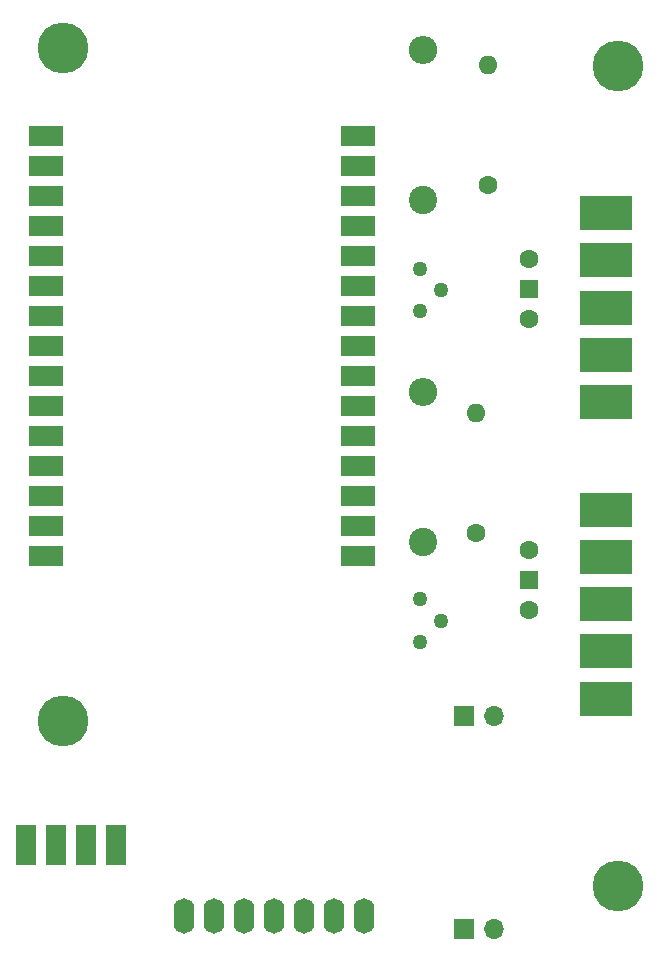
<source format=gbr>
%TF.GenerationSoftware,KiCad,Pcbnew,8.0.4*%
%TF.CreationDate,2024-12-05T15:49:58-05:00*%
%TF.ProjectId,CVTPCB,43565450-4342-42e6-9b69-6361645f7063,rev?*%
%TF.SameCoordinates,Original*%
%TF.FileFunction,Soldermask,Top*%
%TF.FilePolarity,Negative*%
%FSLAX46Y46*%
G04 Gerber Fmt 4.6, Leading zero omitted, Abs format (unit mm)*
G04 Created by KiCad (PCBNEW 8.0.4) date 2024-12-05 15:49:58*
%MOMM*%
%LPD*%
G01*
G04 APERTURE LIST*
%ADD10C,2.400000*%
%ADD11O,2.400000X2.400000*%
%ADD12C,1.600000*%
%ADD13O,1.600000X1.600000*%
%ADD14R,1.700000X1.700000*%
%ADD15O,1.700000X1.700000*%
%ADD16C,4.300000*%
%ADD17O,1.750000X3.000000*%
%ADD18R,1.750000X3.500000*%
%ADD19R,3.000000X1.700000*%
%ADD20R,1.500000X1.500000*%
%ADD21R,4.500000X3.000000*%
%ADD22C,1.260000*%
G04 APERTURE END LIST*
D10*
%TO.C,R4*%
X146500000Y-69850000D03*
D11*
X146500000Y-57150000D03*
%TD*%
D12*
%TO.C,R3*%
X152000000Y-68580000D03*
D13*
X152000000Y-58420000D03*
%TD*%
D14*
%TO.C,J4*%
X150000000Y-113578500D03*
D15*
X152540000Y-113578500D03*
D14*
X150000000Y-131612500D03*
D15*
X152540000Y-131612500D03*
%TD*%
D16*
%TO.C,H4*%
X116000000Y-57000000D03*
%TD*%
D17*
%TO.C,U4*%
X126260000Y-130500000D03*
X128800000Y-130500000D03*
X131340000Y-130500000D03*
X133880000Y-130500000D03*
X136420000Y-130500000D03*
X138960000Y-130500000D03*
X141500000Y-130500000D03*
%TD*%
D16*
%TO.C,H2*%
X116000000Y-114000000D03*
%TD*%
D18*
%TO.C,J7*%
X120500000Y-124500000D03*
X117960000Y-124500000D03*
X115420000Y-124500000D03*
X112880000Y-124500000D03*
%TD*%
D19*
%TO.C,U3*%
X114600000Y-64440000D03*
X114600000Y-66980000D03*
X114600000Y-69520000D03*
X114600000Y-72060000D03*
X114600000Y-74600000D03*
X114600000Y-77140000D03*
X114600000Y-79680000D03*
X114600000Y-82220000D03*
X114600000Y-84760000D03*
X114600000Y-87300000D03*
X114600000Y-89840000D03*
X114600000Y-92380000D03*
X114600000Y-94920000D03*
X114600000Y-97460000D03*
X114600000Y-100000000D03*
X141000000Y-100000000D03*
X141000000Y-97460000D03*
X141000000Y-94920000D03*
X141000000Y-92380000D03*
X141000000Y-89840000D03*
X141000000Y-87300000D03*
X141000000Y-84760000D03*
X141000000Y-82220000D03*
X141000000Y-79680000D03*
X141000000Y-77140000D03*
X141000000Y-74600000D03*
X141000000Y-72060000D03*
X141000000Y-69520000D03*
X141000000Y-66980000D03*
X141000000Y-64440000D03*
%TD*%
D20*
%TO.C,SW1*%
X155500000Y-77460000D03*
D12*
X155500000Y-74920000D03*
X155500000Y-80000000D03*
%TD*%
D21*
%TO.C,J3*%
X162000000Y-71000000D03*
X162000000Y-75000000D03*
X162000000Y-79000000D03*
X162000000Y-83000000D03*
X162000000Y-87000000D03*
%TD*%
D16*
%TO.C,H3*%
X163000000Y-58500000D03*
%TD*%
D22*
%TO.C,PrimPot1*%
X146200000Y-107300000D03*
X147996051Y-105503949D03*
X146200000Y-103707898D03*
%TD*%
%TO.C,SecPot1*%
X146200000Y-79300000D03*
X147996051Y-77503949D03*
X146200000Y-75707898D03*
%TD*%
D16*
%TO.C,H1*%
X163000000Y-128000000D03*
%TD*%
D12*
%TO.C,R1*%
X151000000Y-98080000D03*
D13*
X151000000Y-87920000D03*
%TD*%
D10*
%TO.C,R2*%
X146500000Y-98850000D03*
D11*
X146500000Y-86150000D03*
%TD*%
D21*
%TO.C,J1*%
X162000000Y-96100000D03*
X162000000Y-100100000D03*
X162000000Y-104100000D03*
X162000000Y-108100000D03*
X162000000Y-112100000D03*
%TD*%
D20*
%TO.C,SW2*%
X155500000Y-102040000D03*
D12*
X155500000Y-99500000D03*
X155500000Y-104580000D03*
%TD*%
M02*

</source>
